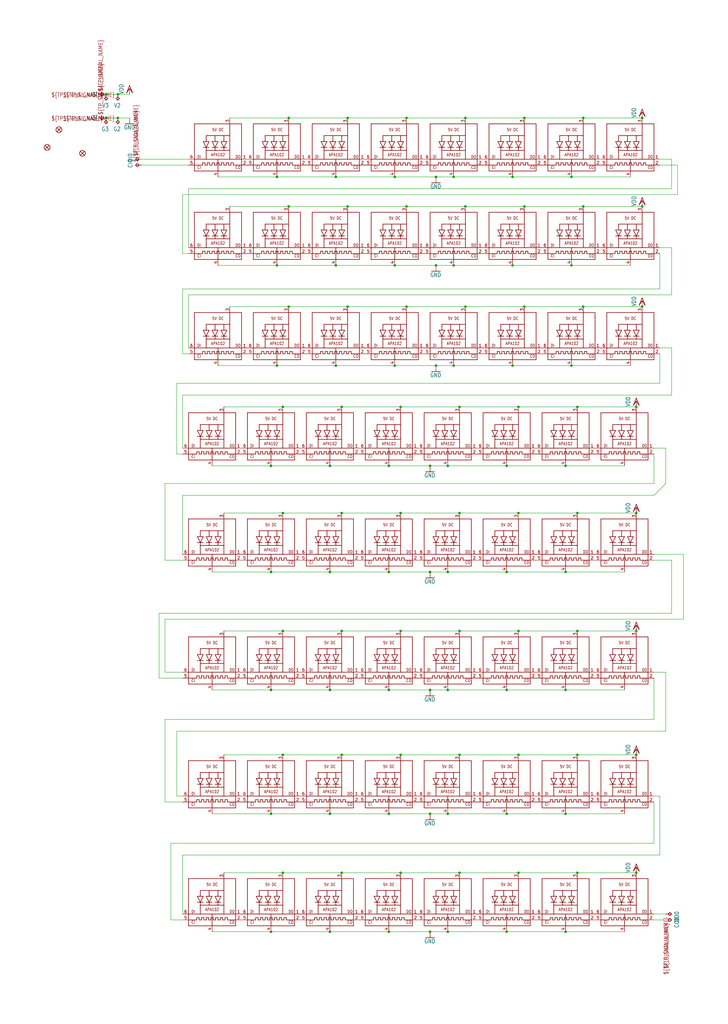
<source format=kicad_sch>
(kicad_sch (version 20230121) (generator eeschema)
  (paper "User" 313.893 441.096)
  (lib_symbols
    (symbol "working-eagle-import:APA1022020"
      (symbol "APA1022020_1_0"
        (polyline (pts (xy -10.16 -10.16) (xy 0 -10.16)) (stroke (width 0.254)))
        (polyline (pts (xy -10.16 -7.62) (xy -10.16 -10.16)) (stroke (width 0.254)))
        (polyline (pts (xy -10.16 -7.62) (xy -6.604 -7.62)) (stroke (width 0.254)))
        (polyline (pts (xy -10.16 -5.08) (xy -10.16 -7.62)) (stroke (width 0.254)))
        (polyline (pts (xy -10.16 10.16) (xy -10.16 -5.08)) (stroke (width 0.254)))
        (polyline (pts (xy -6.604 -7.62) (xy -6.604 -6.604)) (stroke (width 0.254)))
        (polyline (pts (xy -6.604 -6.604) (xy -5.588 -6.604)) (stroke (width 0.254)))
        (polyline (pts (xy -6.35 0) (xy -5.08 0)) (stroke (width 0.254)))
        (polyline (pts (xy -6.35 2.54) (xy -5.08 2.54)) (stroke (width 0.254)))
        (polyline (pts (xy -5.588 -7.62) (xy -4.572 -7.62)) (stroke (width 0.254)))
        (polyline (pts (xy -5.588 -6.604) (xy -5.588 -7.62)) (stroke (width 0.254)))
        (polyline (pts (xy -5.08 -5.08) (xy -10.16 -5.08)) (stroke (width 0.254)))
        (polyline (pts (xy -5.08 -5.08) (xy 0 -5.08)) (stroke (width 0.254)))
        (polyline (pts (xy -5.08 -1.27) (xy -5.08 -5.08)) (stroke (width 0.254)))
        (polyline (pts (xy -5.08 0) (xy -6.35 2.54)) (stroke (width 0.254)))
        (polyline (pts (xy -5.08 0) (xy -5.08 -1.27)) (stroke (width 0.254)))
        (polyline (pts (xy -5.08 0) (xy -3.81 2.54)) (stroke (width 0.254)))
        (polyline (pts (xy -5.08 2.54) (xy -3.81 2.54)) (stroke (width 0.254)))
        (polyline (pts (xy -5.08 5.08) (xy -5.08 2.54)) (stroke (width 0.254)))
        (polyline (pts (xy -4.572 -7.62) (xy -4.572 -6.604)) (stroke (width 0.254)))
        (polyline (pts (xy -4.572 -6.604) (xy -3.556 -6.604)) (stroke (width 0.254)))
        (polyline (pts (xy -3.81 0) (xy -5.08 0)) (stroke (width 0.254)))
        (polyline (pts (xy -3.556 -7.62) (xy -2.54 -7.62)) (stroke (width 0.254)))
        (polyline (pts (xy -3.556 -6.604) (xy -3.556 -7.62)) (stroke (width 0.254)))
        (polyline (pts (xy -2.54 -7.62) (xy -2.54 -6.604)) (stroke (width 0.254)))
        (polyline (pts (xy -2.54 -6.604) (xy -1.524 -6.604)) (stroke (width 0.254)))
        (polyline (pts (xy -2.54 0) (xy -1.27 0)) (stroke (width 0.254)))
        (polyline (pts (xy -2.54 2.54) (xy 0 2.54)) (stroke (width 0.254)))
        (polyline (pts (xy -1.524 -7.62) (xy -0.508 -7.62)) (stroke (width 0.254)))
        (polyline (pts (xy -1.524 -6.604) (xy -1.524 -7.62)) (stroke (width 0.254)))
        (polyline (pts (xy -1.27 -1.27) (xy -5.08 -1.27)) (stroke (width 0.254)))
        (polyline (pts (xy -1.27 0) (xy -2.54 2.54)) (stroke (width 0.254)))
        (polyline (pts (xy -1.27 0) (xy -1.27 -1.27)) (stroke (width 0.254)))
        (polyline (pts (xy -1.27 0) (xy 0 0)) (stroke (width 0.254)))
        (polyline (pts (xy -1.27 2.54) (xy -1.27 5.08)) (stroke (width 0.254)))
        (polyline (pts (xy -1.27 5.08) (xy -5.08 5.08)) (stroke (width 0.254)))
        (polyline (pts (xy -0.508 -7.62) (xy -0.508 -6.604)) (stroke (width 0.254)))
        (polyline (pts (xy -0.508 -6.604) (xy 0.508 -6.604)) (stroke (width 0.254)))
        (polyline (pts (xy 0 -10.16) (xy 10.16 -10.16)) (stroke (width 0.254)))
        (polyline (pts (xy 0 -5.08) (xy 0 -10.16)) (stroke (width 0.254)))
        (polyline (pts (xy 0 -5.08) (xy 5.08 -5.08)) (stroke (width 0.254)))
        (polyline (pts (xy 0 2.54) (xy -1.27 0)) (stroke (width 0.254)))
        (polyline (pts (xy 0.508 -7.62) (xy 1.524 -7.62)) (stroke (width 0.254)))
        (polyline (pts (xy 0.508 -6.604) (xy 0.508 -7.62)) (stroke (width 0.254)))
        (polyline (pts (xy 1.27 2.54) (xy 2.54 0)) (stroke (width 0.254)))
        (polyline (pts (xy 1.27 2.54) (xy 2.54 2.54)) (stroke (width 0.254)))
        (polyline (pts (xy 1.524 -7.62) (xy 1.524 -6.604)) (stroke (width 0.254)))
        (polyline (pts (xy 1.524 -6.604) (xy 2.54 -6.604)) (stroke (width 0.254)))
        (polyline (pts (xy 2.54 -7.62) (xy 3.556 -7.62)) (stroke (width 0.254)))
        (polyline (pts (xy 2.54 -6.604) (xy 2.54 -7.62)) (stroke (width 0.254)))
        (polyline (pts (xy 2.54 -1.27) (xy -1.27 -1.27)) (stroke (width 0.254)))
        (polyline (pts (xy 2.54 0) (xy 1.27 0)) (stroke (width 0.254)))
        (polyline (pts (xy 2.54 0) (xy 2.54 -1.27)) (stroke (width 0.254)))
        (polyline (pts (xy 2.54 0) (xy 3.81 0)) (stroke (width 0.254)))
        (polyline (pts (xy 2.54 0) (xy 3.81 2.54)) (stroke (width 0.254)))
        (polyline (pts (xy 2.54 2.54) (xy 2.54 5.08)) (stroke (width 0.254)))
        (polyline (pts (xy 2.54 5.08) (xy -1.27 5.08)) (stroke (width 0.254)))
        (polyline (pts (xy 2.54 5.08) (xy 5.08 5.08)) (stroke (width 0.254)))
        (polyline (pts (xy 3.556 -7.62) (xy 3.556 -6.604)) (stroke (width 0.254)))
        (polyline (pts (xy 3.556 -6.604) (xy 4.572 -6.604)) (stroke (width 0.254)))
        (polyline (pts (xy 3.81 2.54) (xy 2.54 2.54)) (stroke (width 0.254)))
        (polyline (pts (xy 4.572 -7.62) (xy 5.588 -7.62)) (stroke (width 0.254)))
        (polyline (pts (xy 4.572 -6.604) (xy 4.572 -7.62)) (stroke (width 0.254)))
        (polyline (pts (xy 5.08 -5.08) (xy 5.08 -1.27)) (stroke (width 0.254)))
        (polyline (pts (xy 5.08 -5.08) (xy 10.16 -5.08)) (stroke (width 0.254)))
        (polyline (pts (xy 5.08 -1.27) (xy 2.54 -1.27)) (stroke (width 0.254)))
        (polyline (pts (xy 5.08 5.08) (xy 5.08 -1.27)) (stroke (width 0.254)))
        (polyline (pts (xy 5.08 10.16) (xy -10.16 10.16)) (stroke (width 0.254)))
        (polyline (pts (xy 5.08 10.16) (xy 5.08 5.08)) (stroke (width 0.254)))
        (polyline (pts (xy 5.588 -7.62) (xy 5.588 -6.604)) (stroke (width 0.254)))
        (polyline (pts (xy 5.588 -6.604) (xy 6.604 -6.604)) (stroke (width 0.254)))
        (polyline (pts (xy 6.604 -7.62) (xy 10.16 -7.62)) (stroke (width 0.254)))
        (polyline (pts (xy 6.604 -6.604) (xy 6.604 -7.62)) (stroke (width 0.254)))
        (polyline (pts (xy 10.16 -10.16) (xy 10.16 -7.62)) (stroke (width 0.254)))
        (polyline (pts (xy 10.16 -7.62) (xy 10.16 -5.08)) (stroke (width 0.254)))
        (polyline (pts (xy 10.16 -5.08) (xy 10.16 10.16)) (stroke (width 0.254)))
        (polyline (pts (xy 10.16 10.16) (xy 5.08 10.16)) (stroke (width 0.254)))
        (text "5V DC" (at 0 7.62 0) (effects (font (size 1.27 1.0795))))
        (text "APA102" (at 0 -3.175 0) (effects (font (size 1.27 1.0795))))
        (text "CI" (at -8.128 -8.636 0) (effects (font (size 1.27 1.0795))))
        (text "CO" (at 8.636 -8.636 0) (effects (font (size 1.27 1.0795))))
        (text "DI" (at -8.128 -4.064 0) (effects (font (size 1.27 1.0795))))
        (text "DO" (at 8.636 -4.064 0) (effects (font (size 1.27 1.0795))))
        (pin output line (at 12.7 -5.08 180) (length 2.54) (name "DO") (number "1"))
        (pin output line (at 12.7 -7.62 180) (length 2.54) (name "CKO") (number "2"))
        (pin power_in line (at 5.08 12.7 270) (length 2.54) (name "VDD") (number "3"))
        (pin power_in line (at 0 -12.7 90) (length 2.54) (name "GND") (number "4"))
        (pin input line (at -12.7 -7.62 0) (length 2.54) (name "CKI") (number "5"))
        (pin input line (at -12.7 -5.08 0) (length 2.54) (name "DI") (number "6"))
      )
    )
    (symbol "working-eagle-import:FIDUCIAL_0.5MM"
      (symbol "FIDUCIAL_0.5MM_1_0"
        (polyline (pts (xy -0.762 0.762) (xy 0.762 -0.762)) (stroke (width 0.254)))
        (polyline (pts (xy 0.762 0.762) (xy -0.762 -0.762)) (stroke (width 0.254)))
        (circle (center 0 0) (radius 1.27) (stroke (width 0.254)))
      )
    )
    (symbol "working-eagle-import:GND" (power)
      (property "Value" "GND" (at -2.54 -2.54 0))
      (symbol "GND_1_0"
        (polyline (pts (xy -1.905 0) (xy 1.905 0)) (stroke (width 0.254)))
        (pin power_in line (at 0 2.54 270) (length 2.54) (name "GND") (number "1"))
      )
    )
    (symbol "working-eagle-import:TPTP20R"
      (property "Reference" "TP" (at -1.27 1.27 0))
      (symbol "TPTP20R_1_0"
        (polyline (pts (xy -0.762 -0.762) (xy 0 0)) (stroke (width 0.254)))
        (polyline (pts (xy 0 -1.524) (xy -0.762 -0.762)) (stroke (width 0.254)))
        (polyline (pts (xy 0 0) (xy 0.762 -0.762)) (stroke (width 0.254)))
        (polyline (pts (xy 0.762 -0.762) (xy 0 -1.524)) (stroke (width 0.254)))
        (text "${TP_SIGNAL_NAME}" (at 1.27 -1.27 0) (effects (font (size 1.778 1.5113)) (justify left bottom)))
        (pin input line (at 0 -2.54 90) (length 2.54) (name "TP") (number "TP"))
      )
    )
    (symbol "working-eagle-import:VDD" (power)
      (property "Value" "VDD" (at -2.54 -2.54 90))
      (symbol "VDD_1_0"
        (polyline (pts (xy 0 0) (xy -1.27 -1.905)) (stroke (width 0.254)))
        (polyline (pts (xy 0 1.27) (xy -1.27 -1.905)) (stroke (width 0.254)))
        (polyline (pts (xy 1.27 -1.905) (xy 0 0)) (stroke (width 0.254)))
        (polyline (pts (xy 1.27 -1.905) (xy 0 1.27)) (stroke (width 0.254)))
        (pin power_in line (at 0 -2.54 90) (length 2.54) (name "VDD") (number "1"))
      )
    )
  )
  (junction (at 223.52 220.98))
  (junction (at 170.18 114.3))
  (junction (at 121.92 271.78))
  (junction (at 147.32 375.92))
  (junction (at 248.92 325.12))
  (junction (at 187.96 114.3))
  (junction (at 116.84 200.66))
  (junction (at 198.12 220.98))
  (junction (at 223.52 175.26))
  (junction (at 243.84 246.38))
  (junction (at 149.86 132.08))
  (junction (at 246.38 114.3))
  (junction (at 149.86 88.9))
  (junction (at 246.38 76.2))
  (junction (at 246.38 157.48))
  (junction (at 200.66 50.8))
  (junction (at 142.24 246.38))
  (junction (at 220.98 114.3))
  (junction (at 144.78 114.3))
  (junction (at 198.12 325.12))
  (junction (at 185.42 200.66))
  (junction (at 142.24 350.52))
  (junction (at 187.96 76.2))
  (junction (at 226.06 132.08))
  (junction (at 193.04 297.18))
  (junction (at 274.32 220.98))
  (junction (at 198.12 271.78))
  (junction (at 116.84 401.32))
  (junction (at 124.46 50.8))
  (junction (at 121.92 325.12))
  (junction (at 218.44 350.52))
  (junction (at 147.32 325.12))
  (junction (at 223.52 375.92))
  (junction (at 276.86 50.8))
  (junction (at 172.72 325.12))
  (junction (at 121.92 220.98))
  (junction (at 218.44 297.18))
  (junction (at 167.64 401.32))
  (junction (at 121.92 375.92))
  (junction (at 172.72 375.92))
  (junction (at 276.86 88.9))
  (junction (at 147.32 220.98))
  (junction (at 248.92 271.78))
  (junction (at 121.92 175.26))
  (junction (at 195.58 114.3))
  (junction (at 193.04 401.32))
  (junction (at 220.98 157.48))
  (junction (at 200.66 132.08))
  (junction (at 167.64 350.52))
  (junction (at 274.32 175.26))
  (junction (at 274.32 271.78))
  (junction (at 198.12 175.26))
  (junction (at 116.84 297.18))
  (junction (at 147.32 175.26))
  (junction (at 147.32 271.78))
  (junction (at 119.38 157.48))
  (junction (at 142.24 200.66))
  (junction (at 172.72 220.98))
  (junction (at 223.52 325.12))
  (junction (at 198.12 375.92))
  (junction (at 119.38 76.2))
  (junction (at 195.58 157.48))
  (junction (at 243.84 401.32))
  (junction (at 45.72 50.8))
  (junction (at 248.92 220.98))
  (junction (at 167.64 246.38))
  (junction (at 193.04 350.52))
  (junction (at 116.84 350.52))
  (junction (at 243.84 297.18))
  (junction (at 226.06 50.8))
  (junction (at 172.72 175.26))
  (junction (at 248.92 375.92))
  (junction (at 195.58 76.2))
  (junction (at 200.66 88.9))
  (junction (at 116.84 246.38))
  (junction (at 149.86 50.8))
  (junction (at 172.72 271.78))
  (junction (at 124.46 132.08))
  (junction (at 220.98 76.2))
  (junction (at 218.44 200.66))
  (junction (at 243.84 200.66))
  (junction (at 175.26 88.9))
  (junction (at 251.46 88.9))
  (junction (at 50.8 40.64))
  (junction (at 144.78 76.2))
  (junction (at 251.46 132.08))
  (junction (at 50.8 50.8))
  (junction (at 193.04 246.38))
  (junction (at 251.46 50.8))
  (junction (at 124.46 88.9))
  (junction (at 248.92 175.26))
  (junction (at 167.64 297.18))
  (junction (at 276.86 132.08))
  (junction (at 167.64 200.66))
  (junction (at 187.96 157.48))
  (junction (at 45.72 40.64))
  (junction (at 142.24 401.32))
  (junction (at 218.44 401.32))
  (junction (at 274.32 325.12))
  (junction (at 170.18 76.2))
  (junction (at 185.42 401.32))
  (junction (at 193.04 200.66))
  (junction (at 185.42 246.38))
  (junction (at 144.78 157.48))
  (junction (at 142.24 297.18))
  (junction (at 175.26 132.08))
  (junction (at 185.42 350.52))
  (junction (at 185.42 297.18))
  (junction (at 223.52 271.78))
  (junction (at 243.84 350.52))
  (junction (at 226.06 88.9))
  (junction (at 175.26 50.8))
  (junction (at 274.32 375.92))
  (junction (at 170.18 157.48))
  (junction (at 218.44 246.38))
  (junction (at 119.38 114.3))
  (wire (pts (xy 50.8 50.8) (xy 55.88 50.8)) (stroke (width 0.1524)))
  (wire (pts (xy 78.74 292.1) (xy 68.58 292.1)) (stroke (width 0.1524)))
  (wire (pts (xy 142.24 401.32) (xy 167.64 401.32)) (stroke (width 0.1524)))
  (wire (pts (xy 170.18 76.2) (xy 187.96 76.2)) (stroke (width 0.1524)))
  (wire (pts (xy 223.52 220.98) (xy 248.92 220.98)) (stroke (width 0.1524)))
  (wire (pts (xy 281.94 309.88) (xy 281.94 292.1)) (stroke (width 0.1524)))
  (wire (pts (xy 292.1 71.12) (xy 292.1 83.82)) (stroke (width 0.1524)))
  (wire (pts (xy 142.24 350.52) (xy 167.64 350.52)) (stroke (width 0.1524)))
  (wire (pts (xy 167.64 401.32) (xy 185.42 401.32)) (stroke (width 0.1524)))
  (wire (pts (xy 172.72 220.98) (xy 198.12 220.98)) (stroke (width 0.1524)))
  (wire (pts (xy 91.44 350.52) (xy 116.84 350.52)) (stroke (width 0.1524)))
  (wire (pts (xy 185.42 246.38) (xy 193.04 246.38)) (stroke (width 0.1524)))
  (wire (pts (xy 91.44 246.38) (xy 116.84 246.38)) (stroke (width 0.1524)))
  (wire (pts (xy 287.02 314.96) (xy 287.02 289.56)) (stroke (width 0.1524)))
  (wire (pts (xy 172.72 325.12) (xy 198.12 325.12)) (stroke (width 0.1524)))
  (wire (pts (xy 78.74 109.22) (xy 81.28 109.22)) (stroke (width 0.1524)))
  (wire (pts (xy 116.84 246.38) (xy 142.24 246.38)) (stroke (width 0.1524)))
  (wire (pts (xy 289.56 170.18) (xy 289.56 149.86)) (stroke (width 0.1524)))
  (wire (pts (xy 71.12 241.3) (xy 78.74 241.3)) (stroke (width 0.1524)))
  (wire (pts (xy 172.72 175.26) (xy 198.12 175.26)) (stroke (width 0.1524)))
  (wire (pts (xy 289.56 264.16) (xy 289.56 241.3)) (stroke (width 0.1524)))
  (wire (pts (xy 147.32 325.12) (xy 172.72 325.12)) (stroke (width 0.1524)))
  (wire (pts (xy 284.48 109.22) (xy 284.48 124.46)) (stroke (width 0.1524)))
  (wire (pts (xy 124.46 50.8) (xy 149.86 50.8)) (stroke (width 0.1524)))
  (wire (pts (xy 223.52 375.92) (xy 248.92 375.92)) (stroke (width 0.1524)))
  (wire (pts (xy 96.52 325.12) (xy 121.92 325.12)) (stroke (width 0.1524)))
  (wire (pts (xy 243.84 246.38) (xy 269.24 246.38)) (stroke (width 0.1524)))
  (wire (pts (xy 78.74 170.18) (xy 289.56 170.18)) (stroke (width 0.1524)))
  (wire (pts (xy 147.32 175.26) (xy 172.72 175.26)) (stroke (width 0.1524)))
  (wire (pts (xy 99.06 88.9) (xy 124.46 88.9)) (stroke (width 0.1524)))
  (wire (pts (xy 147.32 375.92) (xy 172.72 375.92)) (stroke (width 0.1524)))
  (wire (pts (xy 167.64 200.66) (xy 185.42 200.66)) (stroke (width 0.1524)))
  (wire (pts (xy 78.74 195.58) (xy 76.2 195.58)) (stroke (width 0.1524)))
  (wire (pts (xy 91.44 200.66) (xy 116.84 200.66)) (stroke (width 0.1524)))
  (wire (pts (xy 218.44 350.52) (xy 243.84 350.52)) (stroke (width 0.1524)))
  (wire (pts (xy 289.56 81.28) (xy 289.56 68.58)) (stroke (width 0.1524)))
  (wire (pts (xy 175.26 50.8) (xy 200.66 50.8)) (stroke (width 0.1524)))
  (wire (pts (xy 175.26 88.9) (xy 200.66 88.9)) (stroke (width 0.1524)))
  (wire (pts (xy 281.94 213.36) (xy 287.02 208.28)) (stroke (width 0.1524)))
  (wire (pts (xy 144.78 76.2) (xy 170.18 76.2)) (stroke (width 0.1524)))
  (wire (pts (xy 124.46 88.9) (xy 149.86 88.9)) (stroke (width 0.1524)))
  (wire (pts (xy 281.94 195.58) (xy 281.94 208.28)) (stroke (width 0.1524)))
  (wire (pts (xy 96.52 271.78) (xy 121.92 271.78)) (stroke (width 0.1524)))
  (wire (pts (xy 91.44 297.18) (xy 116.84 297.18)) (stroke (width 0.1524)))
  (wire (pts (xy 185.42 401.32) (xy 193.04 401.32)) (stroke (width 0.1524)))
  (wire (pts (xy 287.02 289.56) (xy 281.94 289.56)) (stroke (width 0.1524)))
  (wire (pts (xy 93.98 157.48) (xy 119.38 157.48)) (stroke (width 0.1524)))
  (wire (pts (xy 121.92 375.92) (xy 147.32 375.92)) (stroke (width 0.1524)))
  (wire (pts (xy 248.92 325.12) (xy 274.32 325.12)) (stroke (width 0.1524)))
  (wire (pts (xy 116.84 297.18) (xy 142.24 297.18)) (stroke (width 0.1524)))
  (wire (pts (xy 99.06 50.8) (xy 124.46 50.8)) (stroke (width 0.1524)))
  (wire (pts (xy 71.12 208.28) (xy 71.12 241.3)) (stroke (width 0.1524)))
  (wire (pts (xy 284.48 368.3) (xy 284.48 342.9)) (stroke (width 0.1524)))
  (wire (pts (xy 167.64 246.38) (xy 185.42 246.38)) (stroke (width 0.1524)))
  (wire (pts (xy 175.26 132.08) (xy 200.66 132.08)) (stroke (width 0.1524)))
  (wire (pts (xy 223.52 271.78) (xy 248.92 271.78)) (stroke (width 0.1524)))
  (wire (pts (xy 218.44 297.18) (xy 243.84 297.18)) (stroke (width 0.1524)))
  (wire (pts (xy 119.38 114.3) (xy 144.78 114.3)) (stroke (width 0.1524)))
  (wire (pts (xy 248.92 271.78) (xy 274.32 271.78)) (stroke (width 0.1524)))
  (wire (pts (xy 218.44 401.32) (xy 243.84 401.32)) (stroke (width 0.1524)))
  (wire (pts (xy 251.46 50.8) (xy 276.86 50.8)) (stroke (width 0.1524)))
  (wire (pts (xy 45.72 50.8) (xy 50.8 50.8)) (stroke (width 0.1524)))
  (wire (pts (xy 220.98 76.2) (xy 246.38 76.2)) (stroke (width 0.1524)))
  (wire (pts (xy 287.02 208.28) (xy 287.02 193.04)) (stroke (width 0.1524)))
  (wire (pts (xy 147.32 220.98) (xy 172.72 220.98)) (stroke (width 0.1524)))
  (wire (pts (xy 78.74 289.56) (xy 71.12 289.56)) (stroke (width 0.1524)))
  (wire (pts (xy 149.86 88.9) (xy 175.26 88.9)) (stroke (width 0.1524)))
  (wire (pts (xy 116.84 350.52) (xy 142.24 350.52)) (stroke (width 0.1524)))
  (wire (pts (xy 142.24 246.38) (xy 167.64 246.38)) (stroke (width 0.1524)))
  (wire (pts (xy 284.48 342.9) (xy 281.94 342.9)) (stroke (width 0.1524)))
  (wire (pts (xy 73.66 363.22) (xy 281.94 363.22)) (stroke (width 0.1524)))
  (wire (pts (xy 76.2 314.96) (xy 287.02 314.96)) (stroke (width 0.1524)))
  (wire (pts (xy 223.52 175.26) (xy 248.92 175.26)) (stroke (width 0.1524)))
  (wire (pts (xy 195.58 157.48) (xy 220.98 157.48)) (stroke (width 0.1524)))
  (wire (pts (xy 284.48 124.46) (xy 78.74 124.46)) (stroke (width 0.1524)))
  (wire (pts (xy 170.18 157.48) (xy 187.96 157.48)) (stroke (width 0.1524)))
  (wire (pts (xy 198.12 220.98) (xy 223.52 220.98)) (stroke (width 0.1524)))
  (wire (pts (xy 167.64 350.52) (xy 185.42 350.52)) (stroke (width 0.1524)))
  (wire (pts (xy 246.38 114.3) (xy 271.78 114.3)) (stroke (width 0.1524)))
  (wire (pts (xy 144.78 114.3) (xy 170.18 114.3)) (stroke (width 0.1524)))
  (wire (pts (xy 142.24 200.66) (xy 167.64 200.66)) (stroke (width 0.1524)))
  (wire (pts (xy 78.74 345.44) (xy 71.12 345.44)) (stroke (width 0.1524)))
  (wire (pts (xy 76.2 342.9) (xy 76.2 314.96)) (stroke (width 0.1524)))
  (wire (pts (xy 172.72 375.92) (xy 198.12 375.92)) (stroke (width 0.1524)))
  (wire (pts (xy 251.46 88.9) (xy 276.86 88.9)) (stroke (width 0.1524)))
  (wire (pts (xy 78.74 213.36) (xy 281.94 213.36)) (stroke (width 0.1524)))
  (wire (pts (xy 226.06 88.9) (xy 251.46 88.9)) (stroke (width 0.1524)))
  (wire (pts (xy 78.74 193.04) (xy 78.74 170.18)) (stroke (width 0.1524)))
  (wire (pts (xy 124.46 132.08) (xy 149.86 132.08)) (stroke (width 0.1524)))
  (wire (pts (xy 281.94 208.28) (xy 71.12 208.28)) (stroke (width 0.1524)))
  (wire (pts (xy 60.96 68.58) (xy 81.28 68.58)) (stroke (width 0.1524)))
  (wire (pts (xy 93.98 114.3) (xy 119.38 114.3)) (stroke (width 0.1524)))
  (wire (pts (xy 71.12 309.88) (xy 281.94 309.88)) (stroke (width 0.1524)))
  (wire (pts (xy 287.02 193.04) (xy 281.94 193.04)) (stroke (width 0.1524)))
  (wire (pts (xy 121.92 175.26) (xy 147.32 175.26)) (stroke (width 0.1524)))
  (wire (pts (xy 289.56 241.3) (xy 281.94 241.3)) (stroke (width 0.1524)))
  (wire (pts (xy 81.28 149.86) (xy 81.28 127)) (stroke (width 0.1524)))
  (wire (pts (xy 81.28 81.28) (xy 289.56 81.28)) (stroke (width 0.1524)))
  (wire (pts (xy 71.12 345.44) (xy 71.12 309.88)) (stroke (width 0.1524)))
  (wire (pts (xy 76.2 165.1) (xy 284.48 165.1)) (stroke (width 0.1524)))
  (wire (pts (xy 78.74 124.46) (xy 78.74 152.4)) (stroke (width 0.1524)))
  (wire (pts (xy 198.12 375.92) (xy 223.52 375.92)) (stroke (width 0.1524)))
  (wire (pts (xy 226.06 50.8) (xy 251.46 50.8)) (stroke (width 0.1524)))
  (wire (pts (xy 121.92 325.12) (xy 147.32 325.12)) (stroke (width 0.1524)))
  (wire (pts (xy 142.24 297.18) (xy 167.64 297.18)) (stroke (width 0.1524)))
  (wire (pts (xy 170.18 114.3) (xy 187.96 114.3)) (stroke (width 0.1524)))
  (wire (pts (xy 149.86 132.08) (xy 175.26 132.08)) (stroke (width 0.1524)))
  (wire (pts (xy 149.86 50.8) (xy 175.26 50.8)) (stroke (width 0.1524)))
  (wire (pts (xy 91.44 401.32) (xy 116.84 401.32)) (stroke (width 0.1524)))
  (wire (pts (xy 119.38 76.2) (xy 144.78 76.2)) (stroke (width 0.1524)))
  (wire (pts (xy 193.04 200.66) (xy 218.44 200.66)) (stroke (width 0.1524)))
  (wire (pts (xy 185.42 297.18) (xy 193.04 297.18)) (stroke (width 0.1524)))
  (wire (pts (xy 185.42 350.52) (xy 193.04 350.52)) (stroke (width 0.1524)))
  (wire (pts (xy 78.74 368.3) (xy 284.48 368.3)) (stroke (width 0.1524)))
  (wire (pts (xy 45.72 40.64) (xy 50.8 40.64)) (stroke (width 0.1524)))
  (wire (pts (xy 284.48 165.1) (xy 284.48 152.4)) (stroke (width 0.1524)))
  (wire (pts (xy 187.96 76.2) (xy 195.58 76.2)) (stroke (width 0.1524)))
  (wire (pts (xy 167.64 297.18) (xy 185.42 297.18)) (stroke (width 0.1524)))
  (wire (pts (xy 187.96 114.3) (xy 195.58 114.3)) (stroke (width 0.1524)))
  (wire (pts (xy 289.56 106.68) (xy 284.48 106.68)) (stroke (width 0.1524)))
  (wire (pts (xy 287.02 396.24) (xy 281.94 396.24)) (stroke (width 0.1524)))
  (wire (pts (xy 200.66 50.8) (xy 226.06 50.8)) (stroke (width 0.1524)))
  (wire (pts (xy 81.28 127) (xy 289.56 127)) (stroke (width 0.1524)))
  (wire (pts (xy 218.44 246.38) (xy 243.84 246.38)) (stroke (width 0.1524)))
  (wire (pts (xy 96.52 375.92) (xy 121.92 375.92)) (stroke (width 0.1524)))
  (wire (pts (xy 172.72 271.78) (xy 198.12 271.78)) (stroke (width 0.1524)))
  (wire (pts (xy 294.64 266.7) (xy 294.64 238.76)) (stroke (width 0.1524)))
  (wire (pts (xy 195.58 76.2) (xy 220.98 76.2)) (stroke (width 0.1524)))
  (wire (pts (xy 68.58 264.16) (xy 289.56 264.16)) (stroke (width 0.1524)))
  (wire (pts (xy 251.46 132.08) (xy 276.86 132.08)) (stroke (width 0.1524)))
  (wire (pts (xy 281.94 363.22) (xy 281.94 345.44)) (stroke (width 0.1524)))
  (wire (pts (xy 71.12 289.56) (xy 71.12 266.7)) (stroke (width 0.1524)))
  (wire (pts (xy 248.92 220.98) (xy 274.32 220.98)) (stroke (width 0.1524)))
  (wire (pts (xy 246.38 157.48) (xy 271.78 157.48)) (stroke (width 0.1524)))
  (wire (pts (xy 243.84 297.18) (xy 269.24 297.18)) (stroke (width 0.1524)))
  (wire (pts (xy 243.84 200.66) (xy 269.24 200.66)) (stroke (width 0.1524)))
  (wire (pts (xy 93.98 76.2) (xy 119.38 76.2)) (stroke (width 0.1524)))
  (wire (pts (xy 187.96 157.48) (xy 195.58 157.48)) (stroke (width 0.1524)))
  (wire (pts (xy 193.04 297.18) (xy 218.44 297.18)) (stroke (width 0.1524)))
  (wire (pts (xy 78.74 152.4) (xy 81.28 152.4)) (stroke (width 0.1524)))
  (wire (pts (xy 246.38 76.2) (xy 271.78 76.2)) (stroke (width 0.1524)))
  (wire (pts (xy 81.28 106.68) (xy 81.28 81.28)) (stroke (width 0.1524)))
  (wire (pts (xy 68.58 292.1) (xy 68.58 264.16)) (stroke (width 0.1524)))
  (wire (pts (xy 99.06 132.08) (xy 124.46 132.08)) (stroke (width 0.1524)))
  (wire (pts (xy 147.32 271.78) (xy 172.72 271.78)) (stroke (width 0.1524)))
  (wire (pts (xy 200.66 132.08) (xy 226.06 132.08)) (stroke (width 0.1524)))
  (wire (pts (xy 185.42 200.66) (xy 193.04 200.66)) (stroke (width 0.1524)))
  (wire (pts (xy 289.56 149.86) (xy 284.48 149.86)) (stroke (width 0.1524)))
  (wire (pts (xy 60.96 71.12) (xy 81.28 71.12)) (stroke (width 0.1524)))
  (wire (pts (xy 220.98 114.3) (xy 246.38 114.3)) (stroke (width 0.1524)))
  (wire (pts (xy 220.98 157.48) (xy 246.38 157.48)) (stroke (width 0.1524)))
  (wire (pts (xy 116.84 401.32) (xy 142.24 401.32)) (stroke (width 0.1524)))
  (wire (pts (xy 76.2 195.58) (xy 76.2 165.1)) (stroke (width 0.1524)))
  (wire (pts (xy 193.04 246.38) (xy 218.44 246.38)) (stroke (width 0.1524)))
  (wire (pts (xy 218.44 200.66) (xy 243.84 200.66)) (stroke (width 0.1524)))
  (wire (pts (xy 287.02 393.7) (xy 281.94 393.7)) (stroke (width 0.1524)))
  (wire (pts (xy 243.84 401.32) (xy 269.24 401.32)) (stroke (width 0.1524)))
  (wire (pts (xy 121.92 220.98) (xy 147.32 220.98)) (stroke (width 0.1524)))
  (wire (pts (xy 73.66 396.24) (xy 73.66 363.22)) (stroke (width 0.1524)))
  (wire (pts (xy 292.1 83.82) (xy 78.74 83.82)) (stroke (width 0.1524)))
  (wire (pts (xy 78.74 393.7) (xy 78.74 368.3)) (stroke (width 0.1524)))
  (wire (pts (xy 248.92 175.26) (xy 274.32 175.26)) (stroke (width 0.1524)))
  (wire (pts (xy 193.04 350.52) (xy 218.44 350.52)) (stroke (width 0.1524)))
  (wire (pts (xy 289.56 68.58) (xy 284.48 68.58)) (stroke (width 0.1524)))
  (wire (pts (xy 78.74 396.24) (xy 73.66 396.24)) (stroke (width 0.1524)))
  (wire (pts (xy 119.38 157.48) (xy 144.78 157.48)) (stroke (width 0.1524)))
  (wire (pts (xy 226.06 132.08) (xy 251.46 132.08)) (stroke (width 0.1524)))
  (wire (pts (xy 248.92 375.92) (xy 274.32 375.92)) (stroke (width 0.1524)))
  (wire (pts (xy 223.52 325.12) (xy 248.92 325.12)) (stroke (width 0.1524)))
  (wire (pts (xy 78.74 342.9) (xy 76.2 342.9)) (stroke (width 0.1524)))
  (wire (pts (xy 71.12 266.7) (xy 294.64 266.7)) (stroke (width 0.1524)))
  (wire (pts (xy 96.52 220.98) (xy 121.92 220.98)) (stroke (width 0.1524)))
  (wire (pts (xy 193.04 401.32) (xy 218.44 401.32)) (stroke (width 0.1524)))
  (wire (pts (xy 116.84 200.66) (xy 142.24 200.66)) (stroke (width 0.1524)))
  (wire (pts (xy 50.8 40.64) (xy 55.88 40.64)) (stroke (width 0.1524)))
  (wire (pts (xy 144.78 157.48) (xy 170.18 157.48)) (stroke (width 0.1524)))
  (wire (pts (xy 284.48 71.12) (xy 292.1 71.12)) (stroke (width 0.1524)))
  (wire (pts (xy 121.92 271.78) (xy 147.32 271.78)) (stroke (width 0.1524)))
  (wire (pts (xy 78.74 238.76) (xy 78.74 213.36)) (stroke (width 0.1524)))
  (wire (pts (xy 289.56 127) (xy 289.56 106.68)) (stroke (width 0.1524)))
  (wire (pts (xy 78.74 83.82) (xy 78.74 109.22)) (stroke (width 0.1524)))
  (wire (pts (xy 198.12 271.78) (xy 223.52 271.78)) (stroke (width 0.1524)))
  (wire (pts (xy 294.64 238.76) (xy 281.94 238.76)) (stroke (width 0.1524)))
  (wire (pts (xy 195.58 114.3) (xy 220.98 114.3)) (stroke (width 0.1524)))
  (wire (pts (xy 243.84 350.52) (xy 269.24 350.52)) (stroke (width 0.1524)))
  (wire (pts (xy 96.52 175.26) (xy 121.92 175.26)) (stroke (width 0.1524)))
  (wire (pts (xy 200.66 88.9) (xy 226.06 88.9)) (stroke (width 0.1524)))
  (wire (pts (xy 198.12 325.12) (xy 223.52 325.12)) (stroke (width 0.1524)))
  (wire (pts (xy 198.12 175.26) (xy 223.52 175.26)) (stroke (width 0.1524)))
  (symbol (lib_id "working-eagle-import:TPTP20R") (at 58.42 68.58 90) (unit 1)
    (property "Reference" "DI0" (at 57.15 69.85 0) (effects (font (size 1.778 1.5113)) (justify left bottom)))
    (property "Value" "TPTP20R" (effects hide))
    (property "Footprint" "working:TP20R" (effects hide))
  )
  (symbol (lib_id "working-eagle-import:APA1022020") (at 142.24 337.82 0) (unit 1)
    (property "Reference" "LED51" (effects hide))
    (property "Value" "APA1022020" (effects hide))
    (property "Footprint" "working:APA102_2020" (effects hide))
  )
  (symbol (lib_id "working-eagle-import:VDD") (at 55.88 38.1 0) (unit 1)
    (property "Reference" "#VDD9" (effects hide))
    (property "Value" "VDD" (at 53.34 40.64 90) (effects (font (size 1.778 1.5113)) (justify left bottom)))
  )
  (symbol (lib_id "working-eagle-import:APA1022020") (at 269.24 233.68 0) (unit 1)
    (property "Reference" "LED40" (effects hide))
    (property "Value" "APA1022020" (effects hide))
    (property "Footprint" "working:APA102_2020" (effects hide))
  )
  (symbol (lib_id "working-eagle-import:VDD") (at 274.32 218.44 0) (unit 1)
    (property "Reference" "#VDD5" (effects hide))
    (property "Value" "VDD" (at 271.78 220.98 90) (effects (font (size 1.778 1.5113)) (justify left bottom)))
  )
  (symbol (lib_id "working-eagle-import:APA1022020") (at 271.78 144.78 0) (unit 1)
    (property "Reference" "LED24" (effects hide))
    (property "Value" "APA1022020" (effects hide))
    (property "Footprint" "working:APA102_2020" (effects hide))
  )
  (symbol (lib_id "working-eagle-import:APA1022020") (at 170.18 144.78 0) (unit 1)
    (property "Reference" "LED20" (effects hide))
    (property "Value" "APA1022020" (effects hide))
    (property "Footprint" "working:APA102_2020" (effects hide))
  )
  (symbol (lib_id "working-eagle-import:APA1022020") (at 91.44 284.48 0) (unit 1)
    (property "Reference" "LED41" (effects hide))
    (property "Value" "APA1022020" (effects hide))
    (property "Footprint" "working:APA102_2020" (effects hide))
  )
  (symbol (lib_id "working-eagle-import:APA1022020") (at 116.84 233.68 0) (unit 1)
    (property "Reference" "LED34" (effects hide))
    (property "Value" "APA1022020" (effects hide))
    (property "Footprint" "working:APA102_2020" (effects hide))
  )
  (symbol (lib_id "working-eagle-import:APA1022020") (at 195.58 144.78 0) (unit 1)
    (property "Reference" "LED21" (effects hide))
    (property "Value" "APA1022020" (effects hide))
    (property "Footprint" "working:APA102_2020" (effects hide))
  )
  (symbol (lib_id "working-eagle-import:APA1022020") (at 170.18 63.5 0) (unit 1)
    (property "Reference" "LED4" (effects hide))
    (property "Value" "APA1022020" (effects hide))
    (property "Footprint" "working:APA102_2020" (effects hide))
  )
  (symbol (lib_id "working-eagle-import:APA1022020") (at 144.78 63.5 0) (unit 1)
    (property "Reference" "LED3" (effects hide))
    (property "Value" "APA1022020" (effects hide))
    (property "Footprint" "working:APA102_2020" (effects hide))
  )
  (symbol (lib_id "working-eagle-import:APA1022020") (at 119.38 63.5 0) (unit 1)
    (property "Reference" "LED2" (effects hide))
    (property "Value" "APA1022020" (effects hide))
    (property "Footprint" "working:APA102_2020" (effects hide))
  )
  (symbol (lib_id "working-eagle-import:APA1022020") (at 269.24 388.62 0) (unit 1)
    (property "Reference" "LED64" (effects hide))
    (property "Value" "APA1022020" (effects hide))
    (property "Footprint" "working:APA102_2020" (effects hide))
  )
  (symbol (lib_id "working-eagle-import:APA1022020") (at 220.98 101.6 0) (unit 1)
    (property "Reference" "LED14" (effects hide))
    (property "Value" "APA1022020" (effects hide))
    (property "Footprint" "working:APA102_2020" (effects hide))
  )
  (symbol (lib_id "working-eagle-import:TPTP20R") (at 50.8 53.34 180) (unit 1)
    (property "Reference" "G2" (at 52.07 54.61 0) (effects (font (size 1.778 1.5113)) (justify left bottom)))
    (property "Value" "TPTP20R" (effects hide))
    (property "Footprint" "working:TP20R" (effects hide))
  )
  (symbol (lib_id "working-eagle-import:VDD") (at 274.32 322.58 0) (unit 1)
    (property "Reference" "#VDD7" (effects hide))
    (property "Value" "VDD" (at 271.78 325.12 90) (effects (font (size 1.778 1.5113)) (justify left bottom)))
  )
  (symbol (lib_id "working-eagle-import:APA1022020") (at 167.64 337.82 0) (unit 1)
    (property "Reference" "LED52" (effects hide))
    (property "Value" "APA1022020" (effects hide))
    (property "Footprint" "working:APA102_2020" (effects hide))
  )
  (symbol (lib_id "working-eagle-import:APA1022020") (at 243.84 337.82 0) (unit 1)
    (property "Reference" "LED55" (effects hide))
    (property "Value" "APA1022020" (effects hide))
    (property "Footprint" "working:APA102_2020" (effects hide))
  )
  (symbol (lib_id "working-eagle-import:GND") (at 185.42 203.2 0) (unit 1)
    (property "Reference" "#GND4" (effects hide))
    (property "Value" "GND" (at 182.88 205.74 0) (effects (font (size 1.778 1.5113)) (justify left bottom)))
  )
  (symbol (lib_id "working-eagle-import:GND") (at 185.42 248.92 0) (unit 1)
    (property "Reference" "#GND5" (effects hide))
    (property "Value" "GND" (at 182.88 251.46 0) (effects (font (size 1.778 1.5113)) (justify left bottom)))
  )
  (symbol (lib_id "working-eagle-import:APA1022020") (at 116.84 388.62 0) (unit 1)
    (property "Reference" "LED58" (effects hide))
    (property "Value" "APA1022020" (effects hide))
    (property "Footprint" "working:APA102_2020" (effects hide))
  )
  (symbol (lib_id "working-eagle-import:TPTP20R") (at 45.72 43.18 180) (unit 1)
    (property "Reference" "V3" (at 46.99 44.45 0) (effects (font (size 1.778 1.5113)) (justify left bottom)))
    (property "Value" "TPTP20R" (effects hide))
    (property "Footprint" "working:TP20R" (effects hide))
  )
  (symbol (lib_id "working-eagle-import:APA1022020") (at 144.78 144.78 0) (unit 1)
    (property "Reference" "LED19" (effects hide))
    (property "Value" "APA1022020" (effects hide))
    (property "Footprint" "working:APA102_2020" (effects hide))
  )
  (symbol (lib_id "working-eagle-import:APA1022020") (at 220.98 63.5 0) (unit 1)
    (property "Reference" "LED6" (effects hide))
    (property "Value" "APA1022020" (effects hide))
    (property "Footprint" "working:APA102_2020" (effects hide))
  )
  (symbol (lib_id "working-eagle-import:APA1022020") (at 142.24 388.62 0) (unit 1)
    (property "Reference" "LED59" (effects hide))
    (property "Value" "APA1022020" (effects hide))
    (property "Footprint" "working:APA102_2020" (effects hide))
  )
  (symbol (lib_id "working-eagle-import:APA1022020") (at 167.64 233.68 0) (unit 1)
    (property "Reference" "LED36" (effects hide))
    (property "Value" "APA1022020" (effects hide))
    (property "Footprint" "working:APA102_2020" (effects hide))
  )
  (symbol (lib_id "working-eagle-import:APA1022020") (at 142.24 284.48 0) (unit 1)
    (property "Reference" "LED43" (effects hide))
    (property "Value" "APA1022020" (effects hide))
    (property "Footprint" "working:APA102_2020" (effects hide))
  )
  (symbol (lib_id "working-eagle-import:APA1022020") (at 116.84 337.82 0) (unit 1)
    (property "Reference" "LED50" (effects hide))
    (property "Value" "APA1022020" (effects hide))
    (property "Footprint" "working:APA102_2020" (effects hide))
  )
  (symbol (lib_id "working-eagle-import:TPTP20R") (at 50.8 43.18 180) (unit 1)
    (property "Reference" "V2" (at 52.07 44.45 0) (effects (font (size 1.778 1.5113)) (justify left bottom)))
    (property "Value" "TPTP20R" (effects hide))
    (property "Footprint" "working:TP20R" (effects hide))
  )
  (symbol (lib_id "working-eagle-import:GND") (at 55.88 53.34 0) (unit 1)
    (property "Reference" "#GND9" (effects hide))
    (property "Value" "GND" (at 53.34 55.88 0) (effects (font (size 1.778 1.5113)) (justify left bottom)))
  )
  (symbol (lib_id "working-eagle-import:TPTP20R") (at 43.18 50.8 90) (unit 1)
    (property "Reference" "G1" (at 41.91 52.07 0) (effects (font (size 1.778 1.5113)) (justify left bottom)))
    (property "Value" "TPTP20R" (effects hide))
    (property "Footprint" "working:TP20R" (effects hide))
  )
  (symbol (lib_id "working-eagle-import:APA1022020") (at 269.24 337.82 0) (unit 1)
    (property "Reference" "LED56" (effects hide))
    (property "Value" "APA1022020" (effects hide))
    (property "Footprint" "working:APA102_2020" (effects hide))
  )
  (symbol (lib_id "working-eagle-import:VDD") (at 274.32 373.38 0) (unit 1)
    (property "Reference" "#VDD8" (effects hide))
    (property "Value" "VDD" (at 271.78 375.92 90) (effects (font (size 1.778 1.5113)) (justify left bottom)))
  )
  (symbol (lib_id "working-eagle-import:APA1022020") (at 119.38 101.6 0) (unit 1)
    (property "Reference" "LED10" (effects hide))
    (property "Value" "APA1022020" (effects hide))
    (property "Footprint" "working:APA102_2020" (effects hide))
  )
  (symbol (lib_id "working-eagle-import:APA1022020") (at 91.44 187.96 0) (unit 1)
    (property "Reference" "LED25" (effects hide))
    (property "Value" "APA1022020" (effects hide))
    (property "Footprint" "working:APA102_2020" (effects hide))
  )
  (symbol (lib_id "working-eagle-import:VDD") (at 274.32 269.24 0) (unit 1)
    (property "Reference" "#VDD6" (effects hide))
    (property "Value" "VDD" (at 271.78 271.78 90) (effects (font (size 1.778 1.5113)) (justify left bottom)))
  )
  (symbol (lib_id "working-eagle-import:APA1022020") (at 142.24 233.68 0) (unit 1)
    (property "Reference" "LED35" (effects hide))
    (property "Value" "APA1022020" (effects hide))
    (property "Footprint" "working:APA102_2020" (effects hide))
  )
  (symbol (lib_id "working-eagle-import:TPTP20R") (at 45.72 53.34 180) (unit 1)
    (property "Reference" "G3" (at 46.99 54.61 0) (effects (font (size 1.778 1.5113)) (justify left bottom)))
    (property "Value" "TPTP20R" (effects hide))
    (property "Footprint" "working:TP20R" (effects hide))
  )
  (symbol (lib_id "working-eagle-import:APA1022020") (at 243.84 187.96 0) (unit 1)
    (property "Reference" "LED31" (effects hide))
    (property "Value" "APA1022020" (effects hide))
    (property "Footprint" "working:APA102_2020" (effects hide))
  )
  (symbol (lib_id "working-eagle-import:APA1022020") (at 170.18 101.6 0) (unit 1)
    (property "Reference" "LED12" (effects hide))
    (property "Value" "APA1022020" (effects hide))
    (property "Footprint" "working:APA102_2020" (effects hide))
  )
  (symbol (lib_id "working-eagle-import:VDD") (at 276.86 86.36 0) (unit 1)
    (property "Reference" "#VDD3" (effects hide))
    (property "Value" "VDD" (at 274.32 88.9 90) (effects (font (size 1.778 1.5113)) (justify left bottom)))
  )
  (symbol (lib_id "working-eagle-import:APA1022020") (at 93.98 101.6 0) (unit 1)
    (property "Reference" "LED9" (effects hide))
    (property "Value" "APA1022020" (effects hide))
    (property "Footprint" "working:APA102_2020" (effects hide))
  )
  (symbol (lib_id "working-eagle-import:APA1022020") (at 246.38 144.78 0) (unit 1)
    (property "Reference" "LED23" (effects hide))
    (property "Value" "APA1022020" (effects hide))
    (property "Footprint" "working:APA102_2020" (effects hide))
  )
  (symbol (lib_id "working-eagle-import:APA1022020") (at 193.04 284.48 0) (unit 1)
    (property "Reference" "LED45" (effects hide))
    (property "Value" "APA1022020" (effects hide))
    (property "Footprint" "working:APA102_2020" (effects hide))
  )
  (symbol (lib_id "working-eagle-import:APA1022020") (at 91.44 388.62 0) (unit 1)
    (property "Reference" "LED57" (effects hide))
    (property "Value" "APA1022020" (effects hide))
    (property "Footprint" "working:APA102_2020" (effects hide))
  )
  (symbol (lib_id "working-eagle-import:APA1022020") (at 93.98 144.78 0) (unit 1)
    (property "Reference" "LED17" (effects hide))
    (property "Value" "APA1022020" (effects hide))
    (property "Footprint" "working:APA102_2020" (effects hide))
  )
  (symbol (lib_id "working-eagle-import:GND") (at 187.96 116.84 0) (unit 1)
    (property "Reference" "#GND2" (effects hide))
    (property "Value" "GND" (at 185.42 119.38 0) (effects (font (size 1.778 1.5113)) (justify left bottom)))
  )
  (symbol (lib_id "working-eagle-import:APA1022020") (at 271.78 101.6 0) (unit 1)
    (property "Reference" "LED16" (effects hide))
    (property "Value" "APA1022020" (effects hide))
    (property "Footprint" "working:APA102_2020" (effects hide))
  )
  (symbol (lib_id "working-eagle-import:APA1022020") (at 218.44 337.82 0) (unit 1)
    (property "Reference" "LED54" (effects hide))
    (property "Value" "APA1022020" (effects hide))
    (property "Footprint" "working:APA102_2020" (effects hide))
  )
  (symbol (lib_id "working-eagle-import:APA1022020") (at 193.04 187.96 0) (unit 1)
    (property "Reference" "LED29" (effects hide))
    (property "Value" "APA1022020" (effects hide))
    (property "Footprint" "working:APA102_2020" (effects hide))
  )
  (symbol (lib_id "working-eagle-import:VDD") (at 276.86 48.26 0) (unit 1)
    (property "Reference" "#VDD2" (effects hide))
    (property "Value" "VDD" (at 274.32 50.8 90) (effects (font (size 1.778 1.5113)) (justify left bottom)))
  )
  (symbol (lib_id "working-eagle-import:APA1022020") (at 269.24 187.96 0) (unit 1)
    (property "Reference" "LED32" (effects hide))
    (property "Value" "APA1022020" (effects hide))
    (property "Footprint" "working:APA102_2020" (effects hide))
  )
  (symbol (lib_id "working-eagle-import:APA1022020") (at 167.64 187.96 0) (unit 1)
    (property "Reference" "LED28" (effects hide))
    (property "Value" "APA1022020" (effects hide))
    (property "Footprint" "working:APA102_2020" (effects hide))
  )
  (symbol (lib_id "working-eagle-import:GND") (at 187.96 160.02 0) (unit 1)
    (property "Reference" "#GND3" (effects hide))
    (property "Value" "GND" (at 185.42 162.56 0) (effects (font (size 1.778 1.5113)) (justify left bottom)))
  )
  (symbol (lib_id "working-eagle-import:VDD") (at 274.32 172.72 0) (unit 1)
    (property "Reference" "#VDD4" (effects hide))
    (property "Value" "VDD" (at 271.78 175.26 90) (effects (font (size 1.778 1.5113)) (justify left bottom)))
  )
  (symbol (lib_id "working-eagle-import:APA1022020") (at 167.64 284.48 0) (unit 1)
    (property "Reference" "LED44" (effects hide))
    (property "Value" "APA1022020" (effects hide))
    (property "Footprint" "working:APA102_2020" (effects hide))
  )
  (symbol (lib_id "working-eagle-import:APA1022020") (at 246.38 63.5 0) (unit 1)
    (property "Reference" "LED7" (effects hide))
    (property "Value" "APA1022020" (effects hide))
    (property "Footprint" "working:APA102_2020" (effects hide))
  )
  (symbol (lib_id "working-eagle-import:FIDUCIAL_0.5MM") (at 20.32 63.5 0) (unit 1)
    (property "Reference" "FID1" (effects hide))
    (property "Value" "FIDUCIAL_0.5MM" (effects hide))
    (property "Footprint" "working:FIDUCIAL_0.5MM" (effects hide))
  )
  (symbol (lib_id "working-eagle-import:APA1022020") (at 269.24 284.48 0) (unit 1)
    (property "Reference" "LED48" (effects hide))
    (property "Value" "APA1022020" (effects hide))
    (property "Footprint" "working:APA102_2020" (effects hide))
  )
  (symbol (lib_id "working-eagle-import:APA1022020") (at 167.64 388.62 0) (unit 1)
    (property "Reference" "LED60" (effects hide))
    (property "Value" "APA1022020" (effects hide))
    (property "Footprint" "working:APA102_2020" (effects hide))
  )
  (symbol (lib_id "working-eagle-import:APA1022020") (at 218.44 388.62 0) (unit 1)
    (property "Reference" "LED62" (effects hide))
    (property "Value" "APA1022020" (effects hide))
    (property "Footprint" "working:APA102_2020" (effects hide))
  )
  (symbol (lib_id "working-eagle-import:APA1022020") (at 119.38 144.78 0) (unit 1)
    (property "Reference" "LED18" (effects hide))
    (property "Value" "APA1022020" (effects hide))
    (property "Footprint" "working:APA102_2020" (effects hide))
  )
  (symbol (lib_id "working-eagle-import:TPTP20R") (at 43.18 40.64 90) (unit 1)
    (property "Reference" "V1" (at 41.91 41.91 0) (effects (font (size 1.778 1.5113)) (justify left bottom)))
    (property "Value" "TPTP20R" (effects hide))
    (property "Footprint" "working:TP20R" (effects hide))
  )
  (symbol (lib_id "working-eagle-import:GND") (at 187.96 78.74 0) (unit 1)
    (property "Reference" "#GND1" (effects hide))
    (property "Value" "GND" (at 185.42 81.28 0) (effects (font (size 1.778 1.5113)) (justify left bottom)))
  )
  (symbol (lib_id "working-eagle-import:APA1022020") (at 243.84 233.68 0) (unit 1)
    (property "Reference" "LED39" (effects hide))
    (property "Value" "APA1022020" (effects hide))
    (property "Footprint" "working:APA102_2020" (effects hide))
  )
  (symbol (lib_id "working-eagle-import:APA1022020") (at 193.04 233.68 0) (unit 1)
    (property "Reference" "LED37" (effects hide))
    (property "Value" "APA1022020" (effects hide))
    (property "Footprint" "working:APA102_2020" (effects hide))
  )
  (symbol (lib_id "working-eagle-import:APA1022020") (at 218.44 284.48 0) (unit 1)
    (property "Reference" "LED46" (effects hide))
    (property "Value" "APA1022020" (effects hide))
    (property "Footprint" "working:APA102_2020" (effects hide))
  )
  (symbol (lib_id "working-eagle-import:APA1022020") (at 218.44 233.68 0) (unit 1)
    (property "Reference" "LED38" (effects hide))
    (property "Value" "APA1022020" (effects hide))
    (property "Footprint" "working:APA102_2020" (effects hide))
  )
  (symbol (lib_id "working-eagle-import:APA1022020") (at 193.04 388.62 0) (unit 1)
    (property "Reference" "LED61" (effects hide))
    (property "Value" "APA1022020" (effects hide))
    (property "Footprint" "working:APA102_2020" (effects hide))
  )
  (symbol (lib_id "working-eagle-import:TPTP20R") (at 289.56 396.24 270) (unit 1)
    (property "Reference" "CO0" (at 290.83 394.97 0) (effects (font (size 1.778 1.5113)) (justify left bottom)))
    (property "Value" "TPTP20R" (effects hide))
    (property "Footprint" "working:TP20R" (effects hide))
  )
  (symbol (lib_id "working-eagle-import:APA1022020") (at 220.98 144.78 0) (unit 1)
    (property "Reference" "LED22" (effects hide))
    (property "Value" "APA1022020" (effects hide))
    (property "Footprint" "working:APA102_2020" (effects hide))
  )
  (symbol (lib_id "working-eagle-import:APA1022020") (at 91.44 233.68 0) (unit 1)
    (property "Reference" "LED33" (effects hide))
    (property "Value" "APA1022020" (effects hide))
    (property "Footprint" "working:APA102_2020" (effects hide))
  )
  (symbol (lib_id "working-eagle-import:GND") (at 185.42 403.86 0) (unit 1)
    (property "Reference" "#GND8" (effects hide))
    (property "Value" "GND" (at 182.88 406.4 0) (effects (font (size 1.778 1.5113)) (justify left bottom)))
  )
  (symbol (lib_id "working-eagle-import:VDD") (at 276.86 129.54 0) (unit 1)
    (property "Reference" "#VDD1" (effects hide))
    (property "Value" "VDD" (at 274.32 132.08 90) (effects (font (size 1.778 1.5113)) (justify left bottom)))
  )
  (symbol (lib_id "working-eagle-import:GND") (at 185.42 299.72 0) (unit 1)
    (property "Reference" "#GND6" (effects hide))
    (property "Value" "GND" (at 182.88 302.26 0) (effects (font (size 1.778 1.5113)) (justify left bottom)))
  )
  (symbol (lib_id "working-eagle-import:APA1022020") (at 243.84 284.48 0) (unit 1)
    (property "Reference" "LED47" (effects hide))
    (property "Value" "APA1022020" (effects hide))
    (property "Footprint" "working:APA102_2020" (effects hide))
  )
  (symbol (lib_id "working-eagle-import:APA1022020") (at 271.78 63.5 0) (unit 1)
    (property "Reference" "LED8" (effects hide))
    (property "Value" "APA1022020" (effects hide))
    (property "Footprint" "working:APA102_2020" (effects hide))
  )
  (symbol (lib_id "working-eagle-import:TPTP20R") (at 58.42 71.12 90) (unit 1)
    (property "Reference" "CI0" (at 57.15 72.39 0) (effects (font (size 1.778 1.5113)) (justify left bottom)))
    (property "Value" "TPTP20R" (effects hide))
    (property "Footprint" "working:TP20R" (effects hide))
  )
  (symbol (lib_id "working-eagle-import:APA1022020") (at 116.84 187.96 0) (unit 1)
    (property "Reference" "LED26" (effects hide))
    (property "Value" "APA1022020" (effects hide))
    (property "Footprint" "working:APA102_2020" (effects hide))
  )
  (symbol (lib_id "working-eagle-import:APA1022020") (at 195.58 101.6 0) (unit 1)
    (property "Reference" "LED13" (effects hide))
    (property "Value" "APA1022020" (effects hide))
    (property "Footprint" "working:APA102_2020" (effects hide))
  )
  (symbol (lib_id "working-eagle-import:APA1022020") (at 144.78 101.6 0) (unit 1)
    (property "Reference" "LED11" (effects hide))
    (property "Value" "APA1022020" (effects hide))
    (property "Footprint" "working:APA102_2020" (effects hide))
  )
  (symbol (lib_id "working-eagle-import:APA1022020") (at 142.24 187.96 0) (unit 1)
    (property "Reference" "LED27" (effects hide))
    (property "Value" "APA1022020" (effects hide))
    (property "Footprint" "working:APA102_2020" (effects hide))
  )
  (symbol (lib_id "working-eagle-import:FIDUCIAL_0.5MM") (at 25.4 55.88 0) (unit 1)
    (property "Reference" "FID3" (effects hide))
    (property "Value" "FIDUCIAL_0.5MM" (effects hide))
    (property "Footprint" "working:FIDUCIAL_0.5MM" (effects hide))
  )
  (symbol (lib_id "working-eagle-import:APA1022020") (at 93.98 63.5 0) (unit 1)
    (property "Reference" "LED1" (effects hide))
    (property "Value" "APA1022020" (effects hide))
    (property "Footprint" "working:APA102_2020" (effects hide))
  )
  (symbol (lib_id "working-eagle-import:APA1022020") (at 193.04 337.82 0) (unit 1)
    (property "Reference" "LED53" (effects hide))
    (property "Value" "APA1022020" (effects hide))
    (property "Footprint" "working:APA102_2020" (effects hide))
  )
  (symbol (lib_id "working-eagle-import:APA1022020") (at 243.84 388.62 0) (unit 1)
    (property "Reference" "LED63" (effects hide))
    (property "Value" "APA1022020" (effects hide))
    (property "Footprint" "working:APA102_2020" (effects hide))
  )
  (symbol (lib_id "working-eagle-import:FIDUCIAL_0.5MM") (at 35.56 66.04 0) (unit 1)
    (property "Reference" "FID2" (effects hide))
    (property "Value" "FIDUCIAL_0.5MM" (effects hide))
    (property "Footprint" "working:FIDUCIAL_0.5MM" (effects hide))
  )
  (symbol (lib_id "working-eagle-import:APA1022020") (at 116.84 284.48 0) (unit 1)
    (property "Reference" "LED42" (effects hide))
    (property "Value" "APA1022020" (effects hide))
    (property "Footprint" "working:APA102_2020" (effects hide))
  )
  (symbol (lib_id "working-eagle-import:APA1022020") (at 195.58 63.5 0) (unit 1)
    (property "Reference" "LED5" (effects hide))
    (property "Value" "APA1022020" (effects hide))
    (property "Footprint" "working:APA102_2020" (effects hide))
  )
  (symbol (lib_id "working-eagle-import:TPTP20R") (at 289.56 393.7 270) (unit 1)
    (property "Reference" "DO0" (at 290.83 392.43 0) (effects (font (size 1.778 1.5113)) (justify left bottom)))
    (property "Value" "TPTP20R" (effects hide))
    (property "Footprint" "working:TP20R" (effects hide))
  )
  (symbol (lib_id "working-eagle-import:APA1022020") (at 91.44 337.82 0) (unit 1)
    (property "Reference" "LED49" (effects hide))
    (property "Value" "APA1022020" (effects hide))
    (property "Footprint" "working:APA102_2020" (effects hide))
  )
  (symbol (lib_id "working-eagle-import:APA1022020") (at 246.38 101.6 0) (unit 1)
    (property "Reference" "LED15" (effects hide))
    (property "Value" "APA1022020" (effects hide))
    (property "Footprint" "working:APA102_2020" (effects hide))
  )
  (symbol (lib_id "working-eagle-import:APA1022020") (at 218.44 187.96 0) (unit 1)
    (property "Reference" "LED30" (effects hide))
    (property "Value" "APA1022020" (effects hide))
    (property "Footprint" "working:APA102_2020" (effects hide))
  )
  (symbol (lib_id "working-eagle-import:GND") (at 185.42 353.06 0) (unit 1)
    (property "Reference" "#GND7" (effects hide))
    (property "Value" "GND" (at 182.88 355.6 0) (effects (font (size 1.778 1.5113)) (justify left bottom)))
  )
)
</source>
